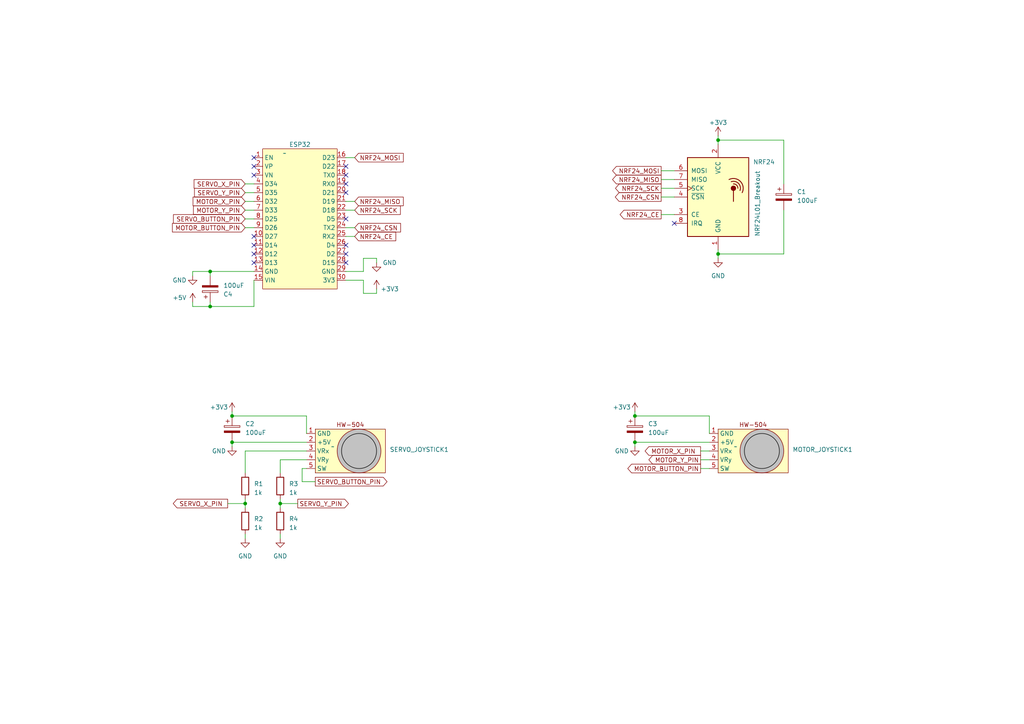
<source format=kicad_sch>
(kicad_sch (version 20230121) (generator eeschema)
  (paper "A4")
  (title_block (title "Airplane controller") (date "2023-05-15") (rev "Caio Lemes") (company "caioclopso"))
  (lib_symbols
    (symbol "Device:C_Polarized" (pin_numbers hide) (pin_names (offset 0.254))
      (property "Reference" "C" (at 0.635 2.54 0))
      (property "Value" "C_Polarized" (at 0.635 -2.54 0))
      (symbol "C_Polarized_0_1"
        (rectangle (start -2.286 0.508) (end 2.286 1.016))
        (polyline (pts (xy -1.778 2.286) (xy -0.762 2.286)))
        (polyline (pts (xy -1.27 2.794) (xy -1.27 1.778)))
        (rectangle (start 2.286 -0.508) (end -2.286 -1.016) (fill (type outline)))
      )
      (symbol "C_Polarized_1_1"
        (pin passive line (at 0 3.81 270) (length 2.794) (name "~") (number "1"))
        (pin passive line (at 0 -3.81 90) (length 2.794) (name "~") (number "2"))
      )
    )
    (symbol "Device:R" (pin_numbers hide) (pin_names (offset 0))
      (property "Reference" "R" (at 2.032 0 90))
      (property "Value" "R" (at 0 0 90))
      (symbol "R_0_1"
        (rectangle (start -1.016 -2.54) (end 1.016 2.54) (stroke (width 0.254)))
      )
      (symbol "R_1_1"
        (pin passive line (at 0 3.81 270) (length 1.27) (name "~") (number "1"))
        (pin passive line (at 0 -3.81 90) (length 1.27) (name "~") (number "2"))
      )
    )
    (symbol "RF:NRF24L01_Breakout" (pin_names (offset 1.016))
      (property "Reference" "U" (at -8.89 12.7 0))
      (property "Value" "NRF24L01_Breakout" (at 3.81 12.7 0))
      (symbol "NRF24L01_Breakout_0_1"
        (rectangle (start -8.89 11.43) (end 8.89 -11.43) (stroke (width 0.254)) (fill (type background)))
        (polyline (pts (xy 4.445 1.905) (xy 4.445 -1.27)) (stroke (width 0.254)))
        (circle (center 4.445 2.54) (radius 0.635) (stroke (width 0.254)) (fill (type outline)))
        (arc (start 5.715 2.54) (mid 5.3521 3.4546) (end 4.445 3.81) (stroke (width 0.254)))
        (arc (start 6.35 1.905) (mid 5.8763 3.9854) (end 3.81 4.445) (stroke (width 0.254)))
        (arc (start 6.985 1.27) (mid 6.453 4.548) (end 3.175 5.08) (stroke (width 0.254)))
      )
      (symbol "NRF24L01_Breakout_1_1"
        (pin power_in line (at 0 -15.24 90) (length 3.81) (name "GND") (number "1"))
        (pin power_in line (at 0 15.24 270) (length 3.81) (name "VCC") (number "2"))
        (pin input line (at -12.7 -5.08 0) (length 3.81) (name "CE") (number "3"))
        (pin input line (at -12.7 0 0) (length 3.81) (name "~{CSN}") (number "4"))
        (pin input clock (at -12.7 2.54 0) (length 3.81) (name "SCK") (number "5"))
        (pin input line (at -12.7 7.62 0) (length 3.81) (name "MOSI") (number "6"))
        (pin output line (at -12.7 5.08 0) (length 3.81) (name "MISO") (number "7"))
        (pin output line (at -12.7 -7.62 0) (length 3.81) (name "IRQ") (number "8"))
      )
    )
    (symbol "libs:ESP32_30PIN"
      (property "Reference" "U" (at 0 3.81 0))
      (symbol "ESP32_30PIN_1_1"
        (rectangle (start -10.16 1.27) (end 11.43 -39.37) (fill (type background)))
        (pin bidirectional line (at -12.7 -1.27 0) (length 2.54) (name "EN") (number "1"))
        (pin bidirectional line (at -12.7 -24.13 0) (length 2.54) (name "D27") (number "10"))
        (pin bidirectional line (at -12.7 -26.67 0) (length 2.54) (name "D14") (number "11"))
        (pin bidirectional line (at -12.7 -29.21 0) (length 2.54) (name "D12") (number "12"))
        (pin bidirectional line (at -12.7 -31.75 0) (length 2.54) (name "D13") (number "13"))
        (pin bidirectional line (at -12.7 -34.29 0) (length 2.54) (name "GND") (number "14"))
        (pin bidirectional line (at -12.7 -36.83 0) (length 2.54) (name "VIN") (number "15"))
        (pin bidirectional line (at 13.97 -1.27 180) (length 2.54) (name "D23") (number "16"))
        (pin bidirectional line (at 13.97 -3.81 180) (length 2.54) (name "D22") (number "17"))
        (pin bidirectional line (at 13.97 -6.35 180) (length 2.54) (name "TX0") (number "18"))
        (pin bidirectional line (at 13.97 -8.89 180) (length 2.54) (name "RX0") (number "19"))
        (pin bidirectional line (at -12.7 -3.81 0) (length 2.54) (name "VP") (number "2"))
        (pin bidirectional line (at 13.97 -11.43 180) (length 2.54) (name "D21") (number "20"))
        (pin bidirectional line (at 13.97 -13.97 180) (length 2.54) (name "D19") (number "21"))
        (pin bidirectional line (at 13.97 -16.51 180) (length 2.54) (name "D18") (number "22"))
        (pin bidirectional line (at 13.97 -19.05 180) (length 2.54) (name "D5") (number "23"))
        (pin bidirectional line (at 13.97 -21.59 180) (length 2.54) (name "TX2") (number "24"))
        (pin bidirectional line (at 13.97 -24.13 180) (length 2.54) (name "RX2") (number "25"))
        (pin bidirectional line (at 13.97 -26.67 180) (length 2.54) (name "D4") (number "26"))
        (pin bidirectional line (at 13.97 -29.21 180) (length 2.54) (name "D2") (number "27"))
        (pin bidirectional line (at 13.97 -31.75 180) (length 2.54) (name "D15") (number "28"))
        (pin bidirectional line (at 13.97 -34.29 180) (length 2.54) (name "GND") (number "29"))
        (pin bidirectional line (at -12.7 -6.35 0) (length 2.54) (name "VN") (number "3"))
        (pin bidirectional line (at 13.97 -36.83 180) (length 2.54) (name "3V3") (number "30"))
        (pin bidirectional line (at -12.7 -8.89 0) (length 2.54) (name "D34") (number "4"))
        (pin bidirectional line (at -12.7 -11.43 0) (length 2.54) (name "D35") (number "5"))
        (pin bidirectional line (at -12.7 -13.97 0) (length 2.54) (name "D32") (number "6"))
        (pin bidirectional line (at -12.7 -16.51 0) (length 2.54) (name "D33") (number "7"))
        (pin bidirectional line (at -12.7 -19.05 0) (length 2.54) (name "D25") (number "8"))
        (pin bidirectional line (at -12.7 -21.59 0) (length 2.54) (name "D26") (number "9"))
      )
    )
    (symbol "libs:HW-504"
      (property "Reference" "U" (at 2.54 8.89 0))
      (symbol "HW-504_1_1"
        (rectangle (start -7.62 5.08) (end 12.7 -7.62) (fill (type background)))
        (circle (center 5.08 -1.27) (radius 5.08) (stroke (width 0) (color 0 0 0 1)) (fill (type color) (color 132 132 132 1)))
        (circle (center 5.08 -1.27) (radius 6.35) (fill (type color) (color 194 194 194 1)))
        (text "HW-504" (at 2.54 6.35 0) (effects (font (size 1.27 1.27))))
        (pin output line (at -10.16 3.81 0) (length 2.54) (name "GND") (number "1"))
        (pin input line (at -10.16 1.27 0) (length 2.54) (name "+5V") (number "2"))
        (pin output line (at -10.16 -1.27 0) (length 2.54) (name "VRx") (number "3"))
        (pin output line (at -10.16 -3.81 0) (length 2.54) (name "VRy") (number "4"))
        (pin output line (at -10.16 -6.35 0) (length 2.54) (name "SW") (number "5"))
      )
    )
    (symbol "power:+3V3" (power) (pin_names (offset 0))
      (property "Value" "+3V3" (at 0 3.556 0))
      (symbol "+3V3_0_1"
        (polyline (pts (xy -0.762 1.27) (xy 0 2.54)))
        (polyline (pts (xy 0 0) (xy 0 2.54)))
        (polyline (pts (xy 0 2.54) (xy 0.762 1.27)))
      )
      (symbol "+3V3_1_1"
        (pin power_in line (at 0 0 90) (length 0) hide (name "+3V3") (number "1"))
      )
    )
    (symbol "power:+5V" (power) (pin_names (offset 0))
      (property "Value" "+5V" (at 0 3.556 0))
      (symbol "+5V_0_1"
        (polyline (pts (xy -0.762 1.27) (xy 0 2.54)))
        (polyline (pts (xy 0 0) (xy 0 2.54)))
        (polyline (pts (xy 0 2.54) (xy 0.762 1.27)))
      )
      (symbol "+5V_1_1"
        (pin power_in line (at 0 0 90) (length 0) hide (name "+5V") (number "1"))
      )
    )
    (symbol "power:GND" (power) (pin_names (offset 0))
      (property "Value" "GND" (at 0 -3.81 0))
      (symbol "GND_0_1"
        (polyline (pts (xy 0 0) (xy 0 -1.27) (xy 1.27 -1.27) (xy 0 -2.54) (xy -1.27 -1.27) (xy 0 -1.27)))
      )
      (symbol "GND_1_1"
        (pin power_in line (at 0 0 270) (length 0) hide (name "GND") (number "1"))
      )
    )
  )
  (junction (at 208.28 73.66))
  (junction (at 67.31 128.27))
  (junction (at 81.28 146.05))
  (junction (at 60.96 78.74))
  (junction (at 184.15 128.27))
  (junction (at 208.28 40.64))
  (junction (at 184.15 120.65))
  (junction (at 71.12 146.05))
  (junction (at 67.31 120.65))
  (junction (at 60.96 88.9))
  (no_connect (at 73.66 68.58))
  (no_connect (at 73.66 50.8))
  (no_connect (at 100.33 53.34))
  (no_connect (at 100.33 71.12))
  (no_connect (at 100.33 73.66))
  (no_connect (at 100.33 50.8))
  (no_connect (at 73.66 76.2))
  (no_connect (at 73.66 73.66))
  (no_connect (at 195.58 64.77))
  (no_connect (at 73.66 71.12))
  (no_connect (at 100.33 76.2))
  (no_connect (at 73.66 48.26))
  (no_connect (at 73.66 45.72))
  (no_connect (at 100.33 63.5))
  (no_connect (at 100.33 55.88))
  (no_connect (at 100.33 48.26))
  (wire (pts (xy 71.12 53.34) (xy 73.66 53.34)))
  (wire (pts (xy 191.77 57.15) (xy 195.58 57.15)))
  (wire (pts (xy 71.12 144.78) (xy 71.12 146.05)))
  (wire (pts (xy 100.33 58.42) (xy 102.87 58.42)))
  (wire (pts (xy 191.77 49.53) (xy 195.58 49.53)))
  (wire (pts (xy 71.12 63.5) (xy 73.66 63.5)))
  (wire (pts (xy 109.22 83.82) (xy 109.22 85.09)))
  (wire (pts (xy 71.12 55.88) (xy 73.66 55.88)))
  (wire (pts (xy 203.2 135.89) (xy 205.74 135.89)))
  (wire (pts (xy 71.12 130.81) (xy 88.9 130.81)))
  (wire (pts (xy 191.77 62.23) (xy 195.58 62.23)))
  (wire (pts (xy 71.12 147.32) (xy 71.12 146.05)))
  (wire (pts (xy 73.66 81.28) (xy 73.66 88.9)))
  (wire (pts (xy 60.96 88.9) (xy 60.96 87.63)))
  (wire (pts (xy 184.15 120.65) (xy 184.15 119.38)))
  (wire (pts (xy 67.31 128.27) (xy 88.9 128.27)))
  (wire (pts (xy 100.33 78.74) (xy 105.41 78.74)))
  (wire (pts (xy 191.77 52.07) (xy 195.58 52.07)))
  (wire (pts (xy 81.28 154.94) (xy 81.28 156.21)))
  (wire (pts (xy 105.41 81.28) (xy 105.41 85.09)))
  (wire (pts (xy 100.33 60.96) (xy 102.87 60.96)))
  (wire (pts (xy 227.33 40.64) (xy 227.33 53.34)))
  (wire (pts (xy 208.28 39.37) (xy 208.28 40.64)))
  (wire (pts (xy 71.12 137.16) (xy 71.12 130.81)))
  (wire (pts (xy 88.9 135.89) (xy 87.63 135.89)))
  (wire (pts (xy 66.04 146.05) (xy 71.12 146.05)))
  (wire (pts (xy 105.41 78.74) (xy 105.41 74.93)))
  (wire (pts (xy 88.9 120.65) (xy 67.31 120.65)))
  (wire (pts (xy 105.41 85.09) (xy 109.22 85.09)))
  (wire (pts (xy 208.28 73.66) (xy 227.33 73.66)))
  (wire (pts (xy 71.12 66.04) (xy 73.66 66.04)))
  (wire (pts (xy 71.12 58.42) (xy 73.66 58.42)))
  (wire (pts (xy 208.28 73.66) (xy 208.28 72.39)))
  (wire (pts (xy 87.63 139.7) (xy 91.44 139.7)))
  (wire (pts (xy 55.88 78.74) (xy 60.96 78.74)))
  (wire (pts (xy 203.2 130.81) (xy 205.74 130.81)))
  (wire (pts (xy 100.33 45.72) (xy 102.87 45.72)))
  (wire (pts (xy 67.31 128.27) (xy 67.31 129.54)))
  (wire (pts (xy 184.15 128.27) (xy 184.15 129.54)))
  (wire (pts (xy 208.28 74.93) (xy 208.28 73.66)))
  (wire (pts (xy 203.2 133.35) (xy 205.74 133.35)))
  (wire (pts (xy 105.41 74.93) (xy 109.22 74.93)))
  (wire (pts (xy 208.28 40.64) (xy 227.33 40.64)))
  (wire (pts (xy 81.28 144.78) (xy 81.28 146.05)))
  (wire (pts (xy 73.66 88.9) (xy 60.96 88.9)))
  (wire (pts (xy 100.33 81.28) (xy 105.41 81.28)))
  (wire (pts (xy 81.28 146.05) (xy 81.28 147.32)))
  (wire (pts (xy 88.9 125.73) (xy 88.9 120.65)))
  (wire (pts (xy 86.36 146.05) (xy 81.28 146.05)))
  (wire (pts (xy 100.33 66.04) (xy 102.87 66.04)))
  (wire (pts (xy 109.22 74.93) (xy 109.22 76.2)))
  (wire (pts (xy 81.28 133.35) (xy 88.9 133.35)))
  (wire (pts (xy 205.74 120.65) (xy 184.15 120.65)))
  (wire (pts (xy 71.12 156.21) (xy 71.12 154.94)))
  (wire (pts (xy 71.12 60.96) (xy 73.66 60.96)))
  (wire (pts (xy 87.63 135.89) (xy 87.63 139.7)))
  (wire (pts (xy 205.74 125.73) (xy 205.74 120.65)))
  (wire (pts (xy 191.77 54.61) (xy 195.58 54.61)))
  (wire (pts (xy 60.96 78.74) (xy 60.96 80.01)))
  (wire (pts (xy 227.33 73.66) (xy 227.33 60.96)))
  (wire (pts (xy 67.31 119.38) (xy 67.31 120.65)))
  (wire (pts (xy 81.28 133.35) (xy 81.28 137.16)))
  (wire (pts (xy 73.66 78.74) (xy 60.96 78.74)))
  (wire (pts (xy 55.88 87.63) (xy 55.88 88.9)))
  (wire (pts (xy 55.88 80.01) (xy 55.88 78.74)))
  (wire (pts (xy 100.33 68.58) (xy 102.87 68.58)))
  (wire (pts (xy 208.28 40.64) (xy 208.28 41.91)))
  (wire (pts (xy 55.88 88.9) (xy 60.96 88.9)))
  (wire (pts (xy 184.15 128.27) (xy 205.74 128.27)))
  (global_label "SERVO_Y_PIN" (shape input) (at 71.12 55.88 180) (property "Intersheetrefs" "${INTERSHEET_REFS}" (effects hide)))
  (global_label "NRF24_SCK" (shape output) (at 191.77 54.61 180) (property "Intersheetrefs" "${INTERSHEET_REFS}" (effects hide)))
  (global_label "NRF24_MISO" (shape input) (at 102.87 58.42 0) (property "Intersheetrefs" "${INTERSHEET_REFS}" (effects hide)))
  (global_label "MOTOR_X_PIN " (shape output) (at 203.2 130.81 180) (property "Intersheetrefs" "${INTERSHEET_REFS}" (effects hide)))
  (global_label "SERVO_X_PIN " (shape output) (at 66.04 146.05 180) (property "Intersheetrefs" "${INTERSHEET_REFS}" (effects hide)))
  (global_label "NRF24_MISO" (shape output) (at 191.77 52.07 180) (property "Intersheetrefs" "${INTERSHEET_REFS}" (effects hide)))
  (global_label "NRF24_MOSI" (shape input) (at 102.87 45.72 0) (property "Intersheetrefs" "${INTERSHEET_REFS}" (effects hide)))
  (global_label "NRF24_CSN" (shape output) (at 191.77 57.15 180) (property "Intersheetrefs" "${INTERSHEET_REFS}" (effects hide)))
  (global_label "MOTOR_BUTTON_PIN" (shape output) (at 203.2 135.89 180) (property "Intersheetrefs" "${INTERSHEET_REFS}" (effects hide)))
  (global_label "NRF24_CE" (shape input) (at 102.87 68.58 0) (property "Intersheetrefs" "${INTERSHEET_REFS}" (effects hide)))
  (global_label "MOTOR_Y_PIN" (shape input) (at 71.12 60.96 180) (property "Intersheetrefs" "${INTERSHEET_REFS}" (effects hide)))
  (global_label "NRF24_CE" (shape output) (at 191.77 62.23 180) (property "Intersheetrefs" "${INTERSHEET_REFS}" (effects hide)))
  (global_label "MOTOR_Y_PIN" (shape output) (at 203.2 133.35 180) (property "Intersheetrefs" "${INTERSHEET_REFS}" (effects hide)))
  (global_label "SERVO_BUTTON_PIN" (shape output) (at 91.44 139.7 0) (property "Intersheetrefs" "${INTERSHEET_REFS}" (effects hide)))
  (global_label "NRF24_SCK" (shape input) (at 102.87 60.96 0) (property "Intersheetrefs" "${INTERSHEET_REFS}" (effects hide)))
  (global_label "NRF24_MOSI" (shape output) (at 191.77 49.53 180) (property "Intersheetrefs" "${INTERSHEET_REFS}" (effects hide)))
  (global_label "MOTOR_X_PIN" (shape input) (at 71.12 58.42 180) (property "Intersheetrefs" "${INTERSHEET_REFS}" (effects hide)))
  (global_label "NRF24_CSN" (shape input) (at 102.87 66.04 0) (property "Intersheetrefs" "${INTERSHEET_REFS}" (effects hide)))
  (global_label "SERVO_X_PIN" (shape input) (at 71.12 53.34 180) (property "Intersheetrefs" "${INTERSHEET_REFS}" (effects hide)))
  (global_label "SERVO_Y_PIN" (shape output) (at 86.36 146.05 0) (property "Intersheetrefs" "${INTERSHEET_REFS}" (effects hide)))
  (global_label "MOTOR_BUTTON_PIN" (shape input) (at 71.12 66.04 180) (property "Intersheetrefs" "${INTERSHEET_REFS}" (effects hide)))
  (global_label "SERVO_BUTTON_PIN" (shape input) (at 71.12 63.5 180) (property "Intersheetrefs" "${INTERSHEET_REFS}" (effects hide)))
  (symbol (lib_id "power:GND") (at 184.15 129.54 0) (unit 1)
    (property "Reference" "#PWR04" (effects hide))
    (property "Value" "GND" (at 180.34 130.81 0))
  )
  (symbol (lib_id "Device:R") (at 71.12 140.97 180) (unit 1)
    (property "Reference" "R1" (at 73.66 140.335 0) (effects (justify right)))
    (property "Value" "1k" (at 73.66 142.875 0) (effects (justify right)))
    (property "Footprint" "Resistor_THT:R_Axial_DIN0207_L6.3mm_D2.5mm_P10.16mm_Horizontal" (effects hide))
  )
  (symbol (lib_id "power:GND") (at 71.12 156.21 0) (unit 1)
    (property "Reference" "#PWR07" (effects hide))
    (property "Value" "GND" (at 71.12 161.29 0))
  )
  (symbol (lib_id "Device:C_Polarized") (at 67.31 124.46 0) (unit 1)
    (property "Reference" "C2" (at 71.12 122.936 0) (effects (justify left)))
    (property "Value" "100uF" (at 71.12 125.476 0) (effects (justify left)))
    (property "Footprint" "Capacitor_THT:CP_Radial_D7.5mm_P2.50mm" (effects hide))
  )
  (symbol (lib_id "power:+3V3") (at 109.22 83.82 0) (unit 1)
    (property "Reference" "#PWR09" (effects hide))
    (property "Value" "+3V3" (at 113.03 83.82 0))
  )
  (symbol (lib_id "power:GND") (at 67.31 129.54 0) (unit 1)
    (property "Reference" "#PWR01" (effects hide))
    (property "Value" "GND" (at 63.5 130.81 0))
  )
  (symbol (lib_id "power:GND") (at 208.28 74.93 0) (unit 1)
    (property "Reference" "#PWR06" (effects hide))
    (property "Value" "GND" (at 208.28 80.01 0))
  )
  (symbol (lib_id "RF:NRF24L01_Breakout") (at 208.28 57.15 0) (unit 1)
    (property "Reference" "NRF24" (at 218.44 46.99 0) (effects (justify left)))
    (property "Value" "NRF24L01_Breakout" (at 219.71 68.58 90) (effects (justify left)))
    (property "Footprint" "RF_Module:nRF24L01_Breakout" (effects hide))
    (property "Datasheet" "http://www.nordicsemi.com/eng/content/download/2730/34105/file/nRF24L01_Product_Specification_v2_0.pdf" (effects hide))
  )
  (symbol (lib_id "power:+5V") (at 55.88 87.63 0) (unit 1)
    (property "Reference" "#PWR011" (effects hide))
    (property "Value" "+5V" (at 52.07 86.36 0))
  )
  (symbol (lib_id "power:+3V3") (at 184.15 119.38 0) (unit 1)
    (property "Reference" "#PWR02" (effects hide))
    (property "Value" "+3V3" (at 180.34 118.11 0))
  )
  (symbol (lib_id "Device:C_Polarized") (at 184.15 124.46 0) (unit 1)
    (property "Reference" "C3" (at 187.96 122.936 0) (effects (justify left)))
    (property "Value" "100uF" (at 187.96 125.476 0) (effects (justify left)))
    (property "Footprint" "Capacitor_THT:CP_Radial_D7.5mm_P2.50mm" (effects hide))
  )
  (symbol (lib_id "Device:C_Polarized") (at 60.96 83.82 0) (mirror x) (unit 1)
    (property "Reference" "C4" (at 64.77 85.344 0) (effects (justify left)))
    (property "Value" "100uF" (at 64.77 82.804 0) (effects (justify left)))
    (property "Footprint" "Capacitor_THT:CP_Radial_D7.5mm_P2.50mm" (effects hide))
  )
  (symbol (lib_id "power:GND") (at 81.28 156.21 0) (unit 1)
    (property "Reference" "#PWR08" (effects hide))
    (property "Value" "GND" (at 81.28 161.29 0))
  )
  (symbol (lib_id "power:+3V3") (at 208.28 39.37 0) (unit 1)
    (property "Reference" "#PWR03" (effects hide))
    (property "Value" "+3V3" (at 208.28 35.56 0))
  )
  (symbol (lib_id "Device:R") (at 71.12 151.13 180) (unit 1)
    (property "Reference" "R2" (at 73.66 150.495 0) (effects (justify right)))
    (property "Value" "1k" (at 73.66 153.035 0) (effects (justify right)))
    (property "Footprint" "Resistor_THT:R_Axial_DIN0207_L6.3mm_D2.5mm_P10.16mm_Horizontal" (effects hide))
  )
  (symbol (lib_id "power:GND") (at 109.22 76.2 0) (unit 1)
    (property "Reference" "#PWR010" (effects hide))
    (property "Value" "GND" (at 113.03 76.2 0))
  )
  (symbol (lib_id "Device:C_Polarized") (at 227.33 57.15 0) (unit 1)
    (property "Reference" "C1" (at 231.14 55.626 0) (effects (justify left)))
    (property "Value" "100uF" (at 231.14 58.166 0) (effects (justify left)))
    (property "Footprint" "Capacitor_THT:CP_Radial_D7.5mm_P2.50mm" (effects hide))
  )
  (symbol (lib_id "power:GND") (at 55.88 80.01 0) (unit 1)
    (property "Reference" "#PWR012" (effects hide))
    (property "Value" "GND" (at 52.07 81.28 0))
  )
  (symbol (lib_id "Device:R") (at 81.28 140.97 0) (unit 1)
    (property "Reference" "R3" (at 83.82 140.335 0) (effects (justify left)))
    (property "Value" "1k" (at 83.82 142.875 0) (effects (justify left)))
    (property "Footprint" "Resistor_THT:R_Axial_DIN0207_L6.3mm_D2.5mm_P10.16mm_Horizontal" (effects hide))
  )
  (symbol (lib_id "libs:ESP32_30PIN") (at 86.36 44.45 0) (unit 1)
    (property "Reference" "ESP32" (at 86.995 41.91 0))
    (property "Value" "~" (at 82.55 44.45 0))
    (property "Footprint" "libs:ESP32_30PIN" (effects hide))
  )
  (symbol (lib_id "libs:HW-504") (at 215.9 129.54 0) (unit 1)
    (property "Reference" "MOTOR_JOYSTICK1" (at 229.87 130.3932 0) (effects (justify left)))
    (property "Value" "~" (at 213.36 129.54 0))
    (property "Footprint" "libs:HW-504" (effects hide))
  )
  (symbol (lib_id "Device:R") (at 81.28 151.13 0) (unit 1)
    (property "Reference" "R4" (at 83.82 150.495 0) (effects (justify left)))
    (property "Value" "1k" (at 83.82 153.035 0) (effects (justify left)))
    (property "Footprint" "Resistor_THT:R_Axial_DIN0207_L6.3mm_D2.5mm_P10.16mm_Horizontal" (effects hide))
  )
  (symbol (lib_id "power:+3V3") (at 67.31 119.38 0) (unit 1)
    (property "Reference" "#PWR05" (effects hide))
    (property "Value" "+3V3" (at 63.5 118.11 0))
  )
  (symbol (lib_id "libs:HW-504") (at 99.06 129.54 0) (unit 1)
    (property "Reference" "SERVO_JOYSTICK1" (at 113.03 130.3932 0) (effects (justify left)))
    (property "Value" "~" (at 96.52 129.54 0))
    (property "Footprint" "libs:HW-504" (effects hide))
  )
)
</source>
